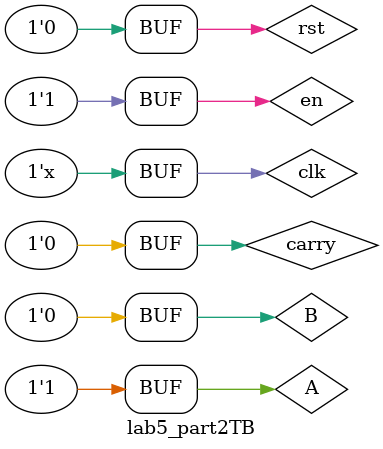
<source format=v>
`timescale 1ns/100 ps

module lab5_part2TB;
	reg A = 0, B = 0, carry = 0, clk = 0, rst = 0, en = 0;
	wire S, cout;

	initial
	  begin

	//0ns
	rst = 1;	A = 1;	B = 1;	en = 1;

	#10	//10ns
	rst = 0;	A = 0;	B = 1;	en = 1;
	
	#10	//20ns
	rst = 0;	A = 1;	B = 0;	en = 1;

	#10	//30ns
	rst = 0;	A = 0;	B = 0;	en = 1;

	#10	//40ns
	rst = 0;	A = 1;	B = 1;	en = 1;

	#10	//50ns
	rst = 0;	A = 1;	B = 1;	en = 1;
	
	#10 //60ns
	rst = 1;	A = 0;	B = 0;	en = 1;

	#10	//70ns
	rst = 0;	A = 0;	B = 1;	en = 1;
	
	#10	//80ns
	rst = 0;	A = 1;	B = 0;	en = 1;
	end


  always
      begin
      clk = #5 ~clk;
      end

    Mealy uut (.A(A),.B(B),.carry(cout),.en(en),.rst(rst),.clk(clk),.S(S),.cout(cout)); 

endmodule
</source>
